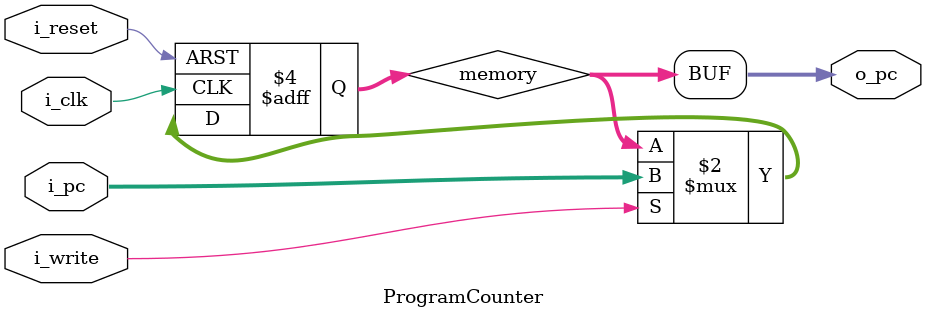
<source format=v>
`default_nettype none

`include "rtl/parameters.vh"

module CPU (
    input wire clk, 
    input wire i_reset,
    input wire [31:0]   i_bus_read_data,
    input wire [31:0]   i_instruction,

    output wire [2:0]   o_bus_write_length,
    output wire         o_bus_wr_enable,
    output wire [31:0]  o_bus_address,
    output wire [31:0]  o_bus_wr_data,
    output wire [31:0]  o_bus_rom_pc,
    output wire         o_bus_rom_select

    );

    //localparam PROGRAM_MEMORY_SIZE=64;

    wire pcWrite;
    
    ProgramCounter programCounter(.i_clk (clk), .i_pc (pc_in), .i_write(pcWrite), .o_pc (pc), .i_reset (i_reset));
    
    SingleInstruction single_instr (.clk (clk),.reset(i_reset), .instruction (instruction), .pcNext (pc_next), .aluResult(aluResult),
    .bus_address(o_bus_address),.bus_wr_data(o_bus_wr_data),.bus_read_data(i_bus_read_data),.bus_write_length(o_bus_write_length),.bus_wr_enable(o_bus_wr_enable),
    .romSelect(o_bus_rom_select), .pcWrite(pcWrite));

    PCGenerator pcNext(.i_pc (pc),.i_instruction(instruction), .o_pc_next (pc_next), .i_pcSourceControl (pcSourceControl), .o_pcResult (pc_in));

    PCControl pcControl(.instruction(instruction),.aluResult(aluResult), .pcSourceControl (pcSourceControl));

    wire [31:0] instruction;
    wire [31:0] pc, pc_in;
    wire [31:0] pc_next;
    wire [31:0] pcPlusJal;
    wire [31:0] pcPlusBOffset;
    wire [31:0] aluResult;

    assign o_bus_rom_pc = pc;
    assign instruction=i_instruction;
    
    
    wire [6:0] opcode = instruction[6:0];

    wire [PC_SRC_LENGHT-1:0] pcSourceControl;

    //CPU cpu(.clk,.bus_address,.bus_wr_data,.bus_read_data,.bus_write_length,.bus_wr_enable);


endmodule

module PCControl(
    input wire [31:0] instruction, 
    input wire [31:0] aluResult,
    output reg [PC_SRC_LENGHT-1:0] pcSourceControl);

    wire [2:0] funct3=instruction[14:12];
    wire [6:0] opcode=instruction[6:0];
	//assign pcSourceControl=(opcode === 7'b 1101111)? PC_SRC_JAL: PC_SRC_PC_PLUS_FOUR;
    always @(*) begin
        casez ({opcode,funct3,aluResult[0]})
            11'b 1101111_???_?           :   pcSourceControl = PC_SRC_JAL;
            11'b 1100011_000_1      :   pcSourceControl    =   PC_SRC_B_OFFSET; //BEQ
            11'b 1100011_001_0      :   pcSourceControl    =   PC_SRC_B_OFFSET; //BNE
            11'b 1100011_100_1      :   pcSourceControl    =   PC_SRC_B_OFFSET; //BLT
            11'b 1100011_101_0      :   pcSourceControl    =   PC_SRC_B_OFFSET; //BGE
            11'b 1100011_110_1      :   pcSourceControl    =   PC_SRC_B_OFFSET; //BLTU
            11'b 1100011_111_0      :   pcSourceControl    =   PC_SRC_B_OFFSET; //BGEU
            default  :   pcSourceControl=PC_SRC_PC_PLUS_FOUR;

        endcase
    end
endmodule

module PCGenerator(
    input [31:0] i_pc,
    input [31:0] i_instruction, 
    output [31:0] o_pc_next,
    input [PC_SRC_LENGHT-1:0] i_pcSourceControl, 
    output reg [31:0] o_pcResult
    );



	assign o_pc_next=i_pc+4;

	
	//assign pcResult=(pcSourceControl === PC_SRC_PC_PLUS_FOUR)? pcPlusFour : (pcSourceControl === PC_SRC_JAL? pcPlusJal : pcPlusBOffset);
    always @(*) begin
        casez (i_pcSourceControl)
            PC_SRC_PC_PLUS_FOUR  :   o_pcResult=     o_pc_next;
            PC_SRC_JAL           :   o_pcResult =    {{12{i_instruction[31]}},i_instruction[31:12]}+i_pc;
            PC_SRC_B_OFFSET      :   o_pcResult =    i_pc+{{19{i_instruction[31]}},i_instruction[31],i_instruction[7],i_instruction[30:25],i_instruction[11:8],1'b 0}; // Mistakes here dont always break tests. Be careful!
            default                 :   o_pcResult  = 32'd 0;

        endcase
    end

endmodule

module ProgramCounter (
    input i_clk,
    input i_reset,
    input i_write,
    input [31:0] i_pc,
    output [31:0] o_pc
);
    reg [31:0] memory;

    always @ (posedge i_clk or posedge i_reset) begin
            if (i_reset)
                memory<=0;
            else if (i_write)
                memory<=i_pc;
    end

    assign o_pc = memory;

endmodule

</source>
